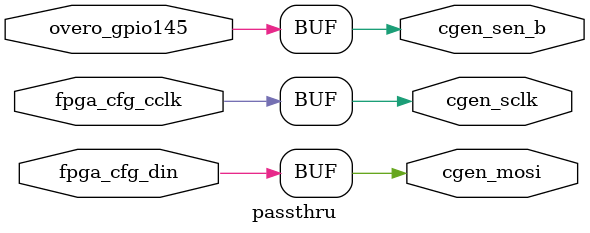
<source format=v>
`timescale 1ns / 1ps

module passthru
  (input overo_gpio145,
   output cgen_sclk,
   output cgen_sen_b,
   output cgen_mosi,
   input fpga_cfg_din,
   input fpga_cfg_cclk
   );
   
   assign cgen_sclk = fpga_cfg_cclk;
   assign cgen_sen_b = overo_gpio145;
   assign cgen_mosi = fpga_cfg_din;
   
   
endmodule // passthru

</source>
